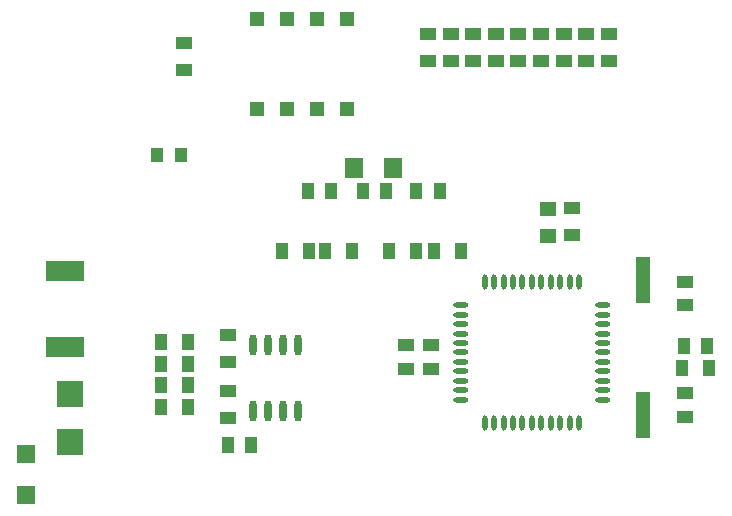
<source format=gtp>
G04*
G04 #@! TF.GenerationSoftware,Altium Limited,Altium Designer,18.1.6 (161)*
G04*
G04 Layer_Color=8421504*
%FSTAX24Y24*%
%MOIN*%
G70*
G01*
G75*
%ADD21R,0.0394X0.0550*%
%ADD22O,0.0177X0.0512*%
%ADD23O,0.0512X0.0177*%
%ADD24R,0.0433X0.0550*%
%ADD25R,0.0550X0.0394*%
%ADD26R,0.0400X0.0500*%
%ADD27R,0.1299X0.0709*%
%ADD28R,0.0906X0.0900*%
%ADD29R,0.0600X0.0600*%
%ADD30R,0.0550X0.0433*%
%ADD31R,0.0472X0.1575*%
%ADD32R,0.0550X0.0500*%
%ADD33R,0.0472X0.0472*%
%ADD34O,0.0236X0.0709*%
%ADD35R,0.0600X0.0650*%
D21*
X040224Y030524D02*
D03*
X039324D02*
D03*
X041667D02*
D03*
X040767D02*
D03*
X043782Y030514D02*
D03*
X042882D02*
D03*
X044373Y030525D02*
D03*
X045273D02*
D03*
X035297Y025328D02*
D03*
X036197D02*
D03*
X035297Y026048D02*
D03*
X036197D02*
D03*
X035297Y026769D02*
D03*
X036197D02*
D03*
X053553Y026625D02*
D03*
X052653D02*
D03*
X035297Y027489D02*
D03*
X036197D02*
D03*
D22*
X049225Y024786D02*
D03*
X04891D02*
D03*
X048595D02*
D03*
X04828D02*
D03*
X047965D02*
D03*
X04765D02*
D03*
X047335D02*
D03*
X04702D02*
D03*
X046705D02*
D03*
X04639D02*
D03*
X046075D02*
D03*
Y029496D02*
D03*
X04639D02*
D03*
X046705D02*
D03*
X04702D02*
D03*
X047335D02*
D03*
X04765D02*
D03*
X047965D02*
D03*
X04828D02*
D03*
X048595D02*
D03*
X04891D02*
D03*
X049225D02*
D03*
D23*
X045295Y025566D02*
D03*
Y025881D02*
D03*
Y026196D02*
D03*
Y026511D02*
D03*
Y026826D02*
D03*
Y027141D02*
D03*
Y027456D02*
D03*
Y027771D02*
D03*
Y028086D02*
D03*
Y028401D02*
D03*
Y028716D02*
D03*
X050005D02*
D03*
Y028401D02*
D03*
Y028086D02*
D03*
Y027771D02*
D03*
Y027456D02*
D03*
Y027141D02*
D03*
Y026826D02*
D03*
Y026511D02*
D03*
Y026196D02*
D03*
Y025881D02*
D03*
Y025566D02*
D03*
D24*
X037506Y02405D02*
D03*
X038294D02*
D03*
X053497Y027343D02*
D03*
X052709D02*
D03*
X040964Y032531D02*
D03*
X040176D02*
D03*
X044585Y032531D02*
D03*
X043798D02*
D03*
X0428Y032531D02*
D03*
X042013D02*
D03*
D25*
X037526Y024965D02*
D03*
Y025865D02*
D03*
X048981Y031969D02*
D03*
Y031069D02*
D03*
X050216Y037747D02*
D03*
Y036847D02*
D03*
X049461Y037747D02*
D03*
Y036847D02*
D03*
X048706Y037747D02*
D03*
Y036847D02*
D03*
X047196Y037747D02*
D03*
Y036847D02*
D03*
X046451D02*
D03*
Y037747D02*
D03*
X045696Y036847D02*
D03*
Y037747D02*
D03*
X044942Y036847D02*
D03*
Y037747D02*
D03*
X044187Y036847D02*
D03*
Y037747D02*
D03*
X03605Y03745D02*
D03*
Y03655D02*
D03*
X047951Y037747D02*
D03*
Y036847D02*
D03*
X037526Y02682D02*
D03*
Y02772D02*
D03*
D26*
X03515Y033725D02*
D03*
X03595D02*
D03*
D27*
X0321Y02986D02*
D03*
Y02734D02*
D03*
D28*
X03225Y02575D02*
D03*
Y02415D02*
D03*
D29*
X0308Y02375D02*
D03*
Y0224D02*
D03*
D30*
X044272Y026596D02*
D03*
Y027384D02*
D03*
X043451Y026596D02*
D03*
Y027384D02*
D03*
X05275Y025794D02*
D03*
Y025006D02*
D03*
X05275Y028708D02*
D03*
Y029496D02*
D03*
D31*
X05135Y02505D02*
D03*
Y02955D02*
D03*
D32*
X048195Y031921D02*
D03*
Y031021D02*
D03*
D33*
X0385Y03825D02*
D03*
X0395D02*
D03*
X0405D02*
D03*
X0415D02*
D03*
X0385Y03525D02*
D03*
X0395D02*
D03*
X0405D02*
D03*
X0415D02*
D03*
D34*
X039851Y027403D02*
D03*
X039351D02*
D03*
X038851D02*
D03*
X038351D02*
D03*
X039851Y025179D02*
D03*
X039351D02*
D03*
X038851D02*
D03*
X038351D02*
D03*
D35*
X041717Y033282D02*
D03*
X043017D02*
D03*
M02*

</source>
